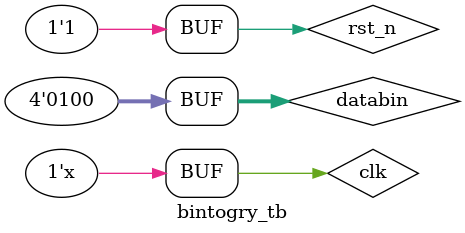
<source format=v>
/********************************Copyright**************************************                           
**----------------------------File information--------------------------
** File name  :bintogry_tb.v  
** CreateDate :2015.04
** Funtions   : 测试
** Operate on :M5C06N3L114C7
** Copyright  :All rights reserved. 
** Version    :V1.0
**---------------------------Modify the file information----------------
** Modified by   :
** Modified data :        
** Modify Content:
*******************************************************************************/
 
 module  bintogry_tb;
 parameter width = 4;
 reg               clk;
 reg               rst_n;
 
 reg   [width-1:0] databin;
 
 wire  [width-1:0] datagry;
 
  bintogry bintogry_1 (
                                     .clk,
                                     .rst_n,
                                     
                                     .databin,
                                     .datagry
                                         );


  parameter tck = 24;
  parameter t = 1000/tck;
 
  always 
    #(t/2) clk = ~clk;

  initial 
      begin
          clk = 0;
            rst_n = 0;
            databin = 0;
            
            #(20*t)  rst_n = 1;
            #(20*t)  databin = 1;
            #(20*t)  databin = 2;
            #(20*t)  databin = 3;
            #(20*t)  databin = 4;
      end
    
endmodule
</source>
